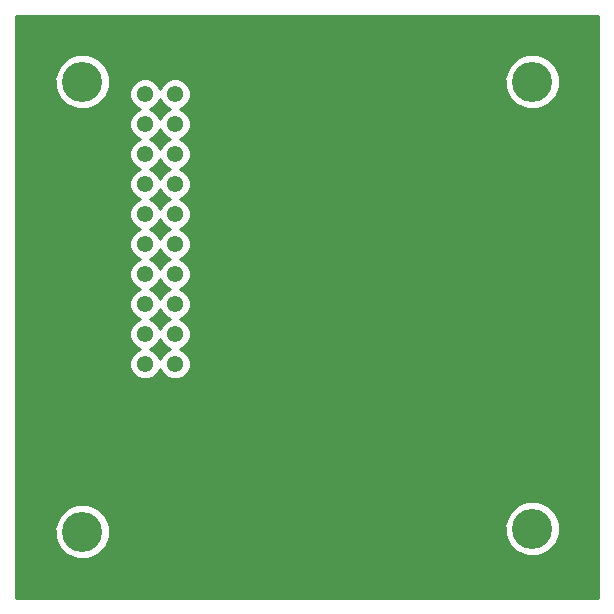
<source format=gbl>
%FSLAX34Y34*%
G04 Gerber Fmt 3.4, Leading zero omitted, Abs format*
G04 (created by PCBNEW (2013-04-01 BZR 4058)-product) date Tue 02 Sep 2014 09:50:09 AM PDT*
%MOIN*%
G01*
G70*
G90*
G04 APERTURE LIST*
%ADD10C,0.005906*%
%ADD11C,0.054370*%
%ADD12C,0.133900*%
%ADD13C,0.010000*%
G04 APERTURE END LIST*
G54D10*
G54D11*
X5600Y-11900D03*
X4600Y-11900D03*
X5600Y-10900D03*
X4600Y-10900D03*
X5600Y-9900D03*
X4600Y-9900D03*
X5600Y-8900D03*
X4600Y-8900D03*
X5600Y-7900D03*
X4600Y-7900D03*
X5600Y-6900D03*
X4600Y-6900D03*
X5600Y-5900D03*
X4600Y-5900D03*
X5600Y-4900D03*
X4600Y-4900D03*
X5600Y-3900D03*
X4600Y-3900D03*
X5600Y-2900D03*
X4600Y-2900D03*
G54D12*
X17500Y-2500D03*
X2500Y-2500D03*
X17500Y-17400D03*
X2500Y-17500D03*
G54D10*
G36*
X5443Y-3400D02*
X5304Y-3457D01*
X5157Y-3604D01*
X5099Y-3743D01*
X5042Y-3604D01*
X4895Y-3457D01*
X4756Y-3399D01*
X4895Y-3342D01*
X5042Y-3195D01*
X5100Y-3056D01*
X5157Y-3195D01*
X5304Y-3342D01*
X5443Y-3400D01*
X5443Y-3400D01*
G37*
G54D13*
X5443Y-3400D02*
X5304Y-3457D01*
X5157Y-3604D01*
X5099Y-3743D01*
X5042Y-3604D01*
X4895Y-3457D01*
X4756Y-3399D01*
X4895Y-3342D01*
X5042Y-3195D01*
X5100Y-3056D01*
X5157Y-3195D01*
X5304Y-3342D01*
X5443Y-3400D01*
G54D10*
G36*
X5443Y-4400D02*
X5304Y-4457D01*
X5157Y-4604D01*
X5099Y-4743D01*
X5042Y-4604D01*
X4895Y-4457D01*
X4756Y-4399D01*
X4895Y-4342D01*
X5042Y-4195D01*
X5100Y-4056D01*
X5157Y-4195D01*
X5304Y-4342D01*
X5443Y-4400D01*
X5443Y-4400D01*
G37*
G54D13*
X5443Y-4400D02*
X5304Y-4457D01*
X5157Y-4604D01*
X5099Y-4743D01*
X5042Y-4604D01*
X4895Y-4457D01*
X4756Y-4399D01*
X4895Y-4342D01*
X5042Y-4195D01*
X5100Y-4056D01*
X5157Y-4195D01*
X5304Y-4342D01*
X5443Y-4400D01*
G54D10*
G36*
X5443Y-5400D02*
X5304Y-5457D01*
X5157Y-5604D01*
X5099Y-5743D01*
X5042Y-5604D01*
X4895Y-5457D01*
X4756Y-5399D01*
X4895Y-5342D01*
X5042Y-5195D01*
X5100Y-5056D01*
X5157Y-5195D01*
X5304Y-5342D01*
X5443Y-5400D01*
X5443Y-5400D01*
G37*
G54D13*
X5443Y-5400D02*
X5304Y-5457D01*
X5157Y-5604D01*
X5099Y-5743D01*
X5042Y-5604D01*
X4895Y-5457D01*
X4756Y-5399D01*
X4895Y-5342D01*
X5042Y-5195D01*
X5100Y-5056D01*
X5157Y-5195D01*
X5304Y-5342D01*
X5443Y-5400D01*
G54D10*
G36*
X5443Y-6400D02*
X5304Y-6457D01*
X5157Y-6604D01*
X5099Y-6743D01*
X5042Y-6604D01*
X4895Y-6457D01*
X4756Y-6399D01*
X4895Y-6342D01*
X5042Y-6195D01*
X5100Y-6056D01*
X5157Y-6195D01*
X5304Y-6342D01*
X5443Y-6400D01*
X5443Y-6400D01*
G37*
G54D13*
X5443Y-6400D02*
X5304Y-6457D01*
X5157Y-6604D01*
X5099Y-6743D01*
X5042Y-6604D01*
X4895Y-6457D01*
X4756Y-6399D01*
X4895Y-6342D01*
X5042Y-6195D01*
X5100Y-6056D01*
X5157Y-6195D01*
X5304Y-6342D01*
X5443Y-6400D01*
G54D10*
G36*
X5443Y-7400D02*
X5304Y-7457D01*
X5157Y-7604D01*
X5099Y-7743D01*
X5042Y-7604D01*
X4895Y-7457D01*
X4756Y-7399D01*
X4895Y-7342D01*
X5042Y-7195D01*
X5100Y-7056D01*
X5157Y-7195D01*
X5304Y-7342D01*
X5443Y-7400D01*
X5443Y-7400D01*
G37*
G54D13*
X5443Y-7400D02*
X5304Y-7457D01*
X5157Y-7604D01*
X5099Y-7743D01*
X5042Y-7604D01*
X4895Y-7457D01*
X4756Y-7399D01*
X4895Y-7342D01*
X5042Y-7195D01*
X5100Y-7056D01*
X5157Y-7195D01*
X5304Y-7342D01*
X5443Y-7400D01*
G54D10*
G36*
X5443Y-8400D02*
X5304Y-8457D01*
X5157Y-8604D01*
X5099Y-8743D01*
X5042Y-8604D01*
X4895Y-8457D01*
X4756Y-8399D01*
X4895Y-8342D01*
X5042Y-8195D01*
X5100Y-8056D01*
X5157Y-8195D01*
X5304Y-8342D01*
X5443Y-8400D01*
X5443Y-8400D01*
G37*
G54D13*
X5443Y-8400D02*
X5304Y-8457D01*
X5157Y-8604D01*
X5099Y-8743D01*
X5042Y-8604D01*
X4895Y-8457D01*
X4756Y-8399D01*
X4895Y-8342D01*
X5042Y-8195D01*
X5100Y-8056D01*
X5157Y-8195D01*
X5304Y-8342D01*
X5443Y-8400D01*
G54D10*
G36*
X5443Y-9400D02*
X5304Y-9457D01*
X5157Y-9604D01*
X5099Y-9743D01*
X5042Y-9604D01*
X4895Y-9457D01*
X4756Y-9399D01*
X4895Y-9342D01*
X5042Y-9195D01*
X5100Y-9056D01*
X5157Y-9195D01*
X5304Y-9342D01*
X5443Y-9400D01*
X5443Y-9400D01*
G37*
G54D13*
X5443Y-9400D02*
X5304Y-9457D01*
X5157Y-9604D01*
X5099Y-9743D01*
X5042Y-9604D01*
X4895Y-9457D01*
X4756Y-9399D01*
X4895Y-9342D01*
X5042Y-9195D01*
X5100Y-9056D01*
X5157Y-9195D01*
X5304Y-9342D01*
X5443Y-9400D01*
G54D10*
G36*
X5443Y-10400D02*
X5304Y-10457D01*
X5157Y-10604D01*
X5099Y-10743D01*
X5042Y-10604D01*
X4895Y-10457D01*
X4756Y-10399D01*
X4895Y-10342D01*
X5042Y-10195D01*
X5100Y-10056D01*
X5157Y-10195D01*
X5304Y-10342D01*
X5443Y-10400D01*
X5443Y-10400D01*
G37*
G54D13*
X5443Y-10400D02*
X5304Y-10457D01*
X5157Y-10604D01*
X5099Y-10743D01*
X5042Y-10604D01*
X4895Y-10457D01*
X4756Y-10399D01*
X4895Y-10342D01*
X5042Y-10195D01*
X5100Y-10056D01*
X5157Y-10195D01*
X5304Y-10342D01*
X5443Y-10400D01*
G54D10*
G36*
X5443Y-11400D02*
X5304Y-11457D01*
X5157Y-11604D01*
X5099Y-11743D01*
X5042Y-11604D01*
X4895Y-11457D01*
X4756Y-11399D01*
X4895Y-11342D01*
X5042Y-11195D01*
X5100Y-11056D01*
X5157Y-11195D01*
X5304Y-11342D01*
X5443Y-11400D01*
X5443Y-11400D01*
G37*
G54D13*
X5443Y-11400D02*
X5304Y-11457D01*
X5157Y-11604D01*
X5099Y-11743D01*
X5042Y-11604D01*
X4895Y-11457D01*
X4756Y-11399D01*
X4895Y-11342D01*
X5042Y-11195D01*
X5100Y-11056D01*
X5157Y-11195D01*
X5304Y-11342D01*
X5443Y-11400D01*
G54D10*
G36*
X19700Y-19700D02*
X18421Y-19700D01*
X18421Y-17569D01*
X18421Y-2669D01*
X18419Y-2493D01*
X18419Y-2317D01*
X18416Y-2311D01*
X18416Y-2304D01*
X18286Y-1990D01*
X18283Y-1988D01*
X18279Y-1979D01*
X18021Y-1720D01*
X18011Y-1716D01*
X18009Y-1713D01*
X17846Y-1648D01*
X17683Y-1580D01*
X17676Y-1580D01*
X17669Y-1578D01*
X17493Y-1580D01*
X17317Y-1580D01*
X17311Y-1583D01*
X17304Y-1583D01*
X16990Y-1713D01*
X16988Y-1716D01*
X16979Y-1720D01*
X16720Y-1978D01*
X16716Y-1988D01*
X16713Y-1990D01*
X16648Y-2153D01*
X16580Y-2316D01*
X16580Y-2323D01*
X16578Y-2330D01*
X16580Y-2506D01*
X16580Y-2682D01*
X16583Y-2688D01*
X16583Y-2695D01*
X16713Y-3009D01*
X16716Y-3011D01*
X16720Y-3020D01*
X16978Y-3279D01*
X16988Y-3283D01*
X16990Y-3286D01*
X17153Y-3351D01*
X17316Y-3419D01*
X17323Y-3419D01*
X17330Y-3421D01*
X17506Y-3419D01*
X17682Y-3419D01*
X17688Y-3416D01*
X17695Y-3416D01*
X18009Y-3286D01*
X18011Y-3283D01*
X18020Y-3279D01*
X18279Y-3021D01*
X18283Y-3011D01*
X18286Y-3009D01*
X18351Y-2846D01*
X18419Y-2683D01*
X18419Y-2676D01*
X18421Y-2669D01*
X18421Y-17569D01*
X18419Y-17393D01*
X18419Y-17217D01*
X18416Y-17211D01*
X18416Y-17204D01*
X18286Y-16890D01*
X18283Y-16888D01*
X18279Y-16879D01*
X18021Y-16620D01*
X18011Y-16616D01*
X18009Y-16613D01*
X17846Y-16548D01*
X17683Y-16480D01*
X17676Y-16480D01*
X17669Y-16478D01*
X17493Y-16480D01*
X17317Y-16480D01*
X17311Y-16483D01*
X17304Y-16483D01*
X16990Y-16613D01*
X16988Y-16616D01*
X16979Y-16620D01*
X16720Y-16878D01*
X16716Y-16888D01*
X16713Y-16890D01*
X16648Y-17053D01*
X16580Y-17216D01*
X16580Y-17223D01*
X16578Y-17230D01*
X16580Y-17406D01*
X16580Y-17582D01*
X16583Y-17588D01*
X16583Y-17595D01*
X16713Y-17909D01*
X16716Y-17911D01*
X16720Y-17920D01*
X16978Y-18179D01*
X16988Y-18183D01*
X16990Y-18186D01*
X17153Y-18251D01*
X17316Y-18319D01*
X17323Y-18319D01*
X17330Y-18321D01*
X17506Y-18319D01*
X17682Y-18319D01*
X17688Y-18316D01*
X17695Y-18316D01*
X18009Y-18186D01*
X18011Y-18183D01*
X18020Y-18179D01*
X18279Y-17921D01*
X18283Y-17911D01*
X18286Y-17909D01*
X18351Y-17746D01*
X18419Y-17583D01*
X18419Y-17576D01*
X18421Y-17569D01*
X18421Y-19700D01*
X6121Y-19700D01*
X6121Y-11796D01*
X6042Y-11604D01*
X5895Y-11457D01*
X5756Y-11399D01*
X5895Y-11342D01*
X6042Y-11195D01*
X6121Y-11004D01*
X6121Y-10796D01*
X6042Y-10604D01*
X5895Y-10457D01*
X5756Y-10399D01*
X5895Y-10342D01*
X6042Y-10195D01*
X6121Y-10004D01*
X6121Y-9796D01*
X6042Y-9604D01*
X5895Y-9457D01*
X5756Y-9399D01*
X5895Y-9342D01*
X6042Y-9195D01*
X6121Y-9004D01*
X6121Y-8796D01*
X6042Y-8604D01*
X5895Y-8457D01*
X5756Y-8399D01*
X5895Y-8342D01*
X6042Y-8195D01*
X6121Y-8004D01*
X6121Y-7796D01*
X6042Y-7604D01*
X5895Y-7457D01*
X5756Y-7399D01*
X5895Y-7342D01*
X6042Y-7195D01*
X6121Y-7004D01*
X6121Y-6796D01*
X6042Y-6604D01*
X5895Y-6457D01*
X5756Y-6399D01*
X5895Y-6342D01*
X6042Y-6195D01*
X6121Y-6004D01*
X6121Y-5796D01*
X6042Y-5604D01*
X5895Y-5457D01*
X5756Y-5399D01*
X5895Y-5342D01*
X6042Y-5195D01*
X6121Y-5004D01*
X6121Y-4796D01*
X6042Y-4604D01*
X5895Y-4457D01*
X5756Y-4399D01*
X5895Y-4342D01*
X6042Y-4195D01*
X6121Y-4004D01*
X6121Y-3796D01*
X6042Y-3604D01*
X5895Y-3457D01*
X5756Y-3399D01*
X5895Y-3342D01*
X6042Y-3195D01*
X6121Y-3004D01*
X6121Y-2796D01*
X6042Y-2604D01*
X5895Y-2457D01*
X5704Y-2378D01*
X5496Y-2378D01*
X5304Y-2457D01*
X5157Y-2604D01*
X5099Y-2743D01*
X5042Y-2604D01*
X4895Y-2457D01*
X4704Y-2378D01*
X4496Y-2378D01*
X4304Y-2457D01*
X4157Y-2604D01*
X4078Y-2795D01*
X4078Y-3003D01*
X4157Y-3195D01*
X4304Y-3342D01*
X4443Y-3400D01*
X4304Y-3457D01*
X4157Y-3604D01*
X4078Y-3795D01*
X4078Y-4003D01*
X4157Y-4195D01*
X4304Y-4342D01*
X4443Y-4400D01*
X4304Y-4457D01*
X4157Y-4604D01*
X4078Y-4795D01*
X4078Y-5003D01*
X4157Y-5195D01*
X4304Y-5342D01*
X4443Y-5400D01*
X4304Y-5457D01*
X4157Y-5604D01*
X4078Y-5795D01*
X4078Y-6003D01*
X4157Y-6195D01*
X4304Y-6342D01*
X4443Y-6400D01*
X4304Y-6457D01*
X4157Y-6604D01*
X4078Y-6795D01*
X4078Y-7003D01*
X4157Y-7195D01*
X4304Y-7342D01*
X4443Y-7400D01*
X4304Y-7457D01*
X4157Y-7604D01*
X4078Y-7795D01*
X4078Y-8003D01*
X4157Y-8195D01*
X4304Y-8342D01*
X4443Y-8400D01*
X4304Y-8457D01*
X4157Y-8604D01*
X4078Y-8795D01*
X4078Y-9003D01*
X4157Y-9195D01*
X4304Y-9342D01*
X4443Y-9400D01*
X4304Y-9457D01*
X4157Y-9604D01*
X4078Y-9795D01*
X4078Y-10003D01*
X4157Y-10195D01*
X4304Y-10342D01*
X4443Y-10400D01*
X4304Y-10457D01*
X4157Y-10604D01*
X4078Y-10795D01*
X4078Y-11003D01*
X4157Y-11195D01*
X4304Y-11342D01*
X4443Y-11400D01*
X4304Y-11457D01*
X4157Y-11604D01*
X4078Y-11795D01*
X4078Y-12003D01*
X4157Y-12195D01*
X4304Y-12342D01*
X4495Y-12421D01*
X4703Y-12421D01*
X4895Y-12342D01*
X5042Y-12195D01*
X5100Y-12056D01*
X5157Y-12195D01*
X5304Y-12342D01*
X5495Y-12421D01*
X5703Y-12421D01*
X5895Y-12342D01*
X6042Y-12195D01*
X6121Y-12004D01*
X6121Y-11796D01*
X6121Y-19700D01*
X3421Y-19700D01*
X3421Y-17669D01*
X3421Y-2669D01*
X3419Y-2493D01*
X3419Y-2317D01*
X3416Y-2311D01*
X3416Y-2304D01*
X3286Y-1990D01*
X3283Y-1988D01*
X3279Y-1979D01*
X3021Y-1720D01*
X3011Y-1716D01*
X3009Y-1713D01*
X2846Y-1648D01*
X2683Y-1580D01*
X2676Y-1580D01*
X2669Y-1578D01*
X2493Y-1580D01*
X2317Y-1580D01*
X2311Y-1583D01*
X2304Y-1583D01*
X1990Y-1713D01*
X1988Y-1716D01*
X1979Y-1720D01*
X1720Y-1978D01*
X1716Y-1988D01*
X1713Y-1990D01*
X1648Y-2153D01*
X1580Y-2316D01*
X1580Y-2323D01*
X1578Y-2330D01*
X1580Y-2506D01*
X1580Y-2682D01*
X1583Y-2688D01*
X1583Y-2695D01*
X1713Y-3009D01*
X1716Y-3011D01*
X1720Y-3020D01*
X1978Y-3279D01*
X1988Y-3283D01*
X1990Y-3286D01*
X2153Y-3351D01*
X2316Y-3419D01*
X2323Y-3419D01*
X2330Y-3421D01*
X2506Y-3419D01*
X2682Y-3419D01*
X2688Y-3416D01*
X2695Y-3416D01*
X3009Y-3286D01*
X3011Y-3283D01*
X3020Y-3279D01*
X3279Y-3021D01*
X3283Y-3011D01*
X3286Y-3009D01*
X3351Y-2846D01*
X3419Y-2683D01*
X3419Y-2676D01*
X3421Y-2669D01*
X3421Y-17669D01*
X3419Y-17493D01*
X3419Y-17317D01*
X3416Y-17311D01*
X3416Y-17304D01*
X3286Y-16990D01*
X3283Y-16988D01*
X3279Y-16979D01*
X3021Y-16720D01*
X3011Y-16716D01*
X3009Y-16713D01*
X2846Y-16648D01*
X2683Y-16580D01*
X2676Y-16580D01*
X2669Y-16578D01*
X2493Y-16580D01*
X2317Y-16580D01*
X2311Y-16583D01*
X2304Y-16583D01*
X1990Y-16713D01*
X1988Y-16716D01*
X1979Y-16720D01*
X1720Y-16978D01*
X1716Y-16988D01*
X1713Y-16990D01*
X1648Y-17153D01*
X1580Y-17316D01*
X1580Y-17323D01*
X1578Y-17330D01*
X1580Y-17506D01*
X1580Y-17682D01*
X1583Y-17688D01*
X1583Y-17695D01*
X1713Y-18009D01*
X1716Y-18011D01*
X1720Y-18020D01*
X1978Y-18279D01*
X1988Y-18283D01*
X1990Y-18286D01*
X2153Y-18351D01*
X2316Y-18419D01*
X2323Y-18419D01*
X2330Y-18421D01*
X2506Y-18419D01*
X2682Y-18419D01*
X2688Y-18416D01*
X2695Y-18416D01*
X3009Y-18286D01*
X3011Y-18283D01*
X3020Y-18279D01*
X3279Y-18021D01*
X3283Y-18011D01*
X3286Y-18009D01*
X3351Y-17846D01*
X3419Y-17683D01*
X3419Y-17676D01*
X3421Y-17669D01*
X3421Y-19700D01*
X300Y-19700D01*
X300Y-300D01*
X19700Y-300D01*
X19700Y-19700D01*
X19700Y-19700D01*
G37*
G54D13*
X19700Y-19700D02*
X18421Y-19700D01*
X18421Y-17569D01*
X18421Y-2669D01*
X18419Y-2493D01*
X18419Y-2317D01*
X18416Y-2311D01*
X18416Y-2304D01*
X18286Y-1990D01*
X18283Y-1988D01*
X18279Y-1979D01*
X18021Y-1720D01*
X18011Y-1716D01*
X18009Y-1713D01*
X17846Y-1648D01*
X17683Y-1580D01*
X17676Y-1580D01*
X17669Y-1578D01*
X17493Y-1580D01*
X17317Y-1580D01*
X17311Y-1583D01*
X17304Y-1583D01*
X16990Y-1713D01*
X16988Y-1716D01*
X16979Y-1720D01*
X16720Y-1978D01*
X16716Y-1988D01*
X16713Y-1990D01*
X16648Y-2153D01*
X16580Y-2316D01*
X16580Y-2323D01*
X16578Y-2330D01*
X16580Y-2506D01*
X16580Y-2682D01*
X16583Y-2688D01*
X16583Y-2695D01*
X16713Y-3009D01*
X16716Y-3011D01*
X16720Y-3020D01*
X16978Y-3279D01*
X16988Y-3283D01*
X16990Y-3286D01*
X17153Y-3351D01*
X17316Y-3419D01*
X17323Y-3419D01*
X17330Y-3421D01*
X17506Y-3419D01*
X17682Y-3419D01*
X17688Y-3416D01*
X17695Y-3416D01*
X18009Y-3286D01*
X18011Y-3283D01*
X18020Y-3279D01*
X18279Y-3021D01*
X18283Y-3011D01*
X18286Y-3009D01*
X18351Y-2846D01*
X18419Y-2683D01*
X18419Y-2676D01*
X18421Y-2669D01*
X18421Y-17569D01*
X18419Y-17393D01*
X18419Y-17217D01*
X18416Y-17211D01*
X18416Y-17204D01*
X18286Y-16890D01*
X18283Y-16888D01*
X18279Y-16879D01*
X18021Y-16620D01*
X18011Y-16616D01*
X18009Y-16613D01*
X17846Y-16548D01*
X17683Y-16480D01*
X17676Y-16480D01*
X17669Y-16478D01*
X17493Y-16480D01*
X17317Y-16480D01*
X17311Y-16483D01*
X17304Y-16483D01*
X16990Y-16613D01*
X16988Y-16616D01*
X16979Y-16620D01*
X16720Y-16878D01*
X16716Y-16888D01*
X16713Y-16890D01*
X16648Y-17053D01*
X16580Y-17216D01*
X16580Y-17223D01*
X16578Y-17230D01*
X16580Y-17406D01*
X16580Y-17582D01*
X16583Y-17588D01*
X16583Y-17595D01*
X16713Y-17909D01*
X16716Y-17911D01*
X16720Y-17920D01*
X16978Y-18179D01*
X16988Y-18183D01*
X16990Y-18186D01*
X17153Y-18251D01*
X17316Y-18319D01*
X17323Y-18319D01*
X17330Y-18321D01*
X17506Y-18319D01*
X17682Y-18319D01*
X17688Y-18316D01*
X17695Y-18316D01*
X18009Y-18186D01*
X18011Y-18183D01*
X18020Y-18179D01*
X18279Y-17921D01*
X18283Y-17911D01*
X18286Y-17909D01*
X18351Y-17746D01*
X18419Y-17583D01*
X18419Y-17576D01*
X18421Y-17569D01*
X18421Y-19700D01*
X6121Y-19700D01*
X6121Y-11796D01*
X6042Y-11604D01*
X5895Y-11457D01*
X5756Y-11399D01*
X5895Y-11342D01*
X6042Y-11195D01*
X6121Y-11004D01*
X6121Y-10796D01*
X6042Y-10604D01*
X5895Y-10457D01*
X5756Y-10399D01*
X5895Y-10342D01*
X6042Y-10195D01*
X6121Y-10004D01*
X6121Y-9796D01*
X6042Y-9604D01*
X5895Y-9457D01*
X5756Y-9399D01*
X5895Y-9342D01*
X6042Y-9195D01*
X6121Y-9004D01*
X6121Y-8796D01*
X6042Y-8604D01*
X5895Y-8457D01*
X5756Y-8399D01*
X5895Y-8342D01*
X6042Y-8195D01*
X6121Y-8004D01*
X6121Y-7796D01*
X6042Y-7604D01*
X5895Y-7457D01*
X5756Y-7399D01*
X5895Y-7342D01*
X6042Y-7195D01*
X6121Y-7004D01*
X6121Y-6796D01*
X6042Y-6604D01*
X5895Y-6457D01*
X5756Y-6399D01*
X5895Y-6342D01*
X6042Y-6195D01*
X6121Y-6004D01*
X6121Y-5796D01*
X6042Y-5604D01*
X5895Y-5457D01*
X5756Y-5399D01*
X5895Y-5342D01*
X6042Y-5195D01*
X6121Y-5004D01*
X6121Y-4796D01*
X6042Y-4604D01*
X5895Y-4457D01*
X5756Y-4399D01*
X5895Y-4342D01*
X6042Y-4195D01*
X6121Y-4004D01*
X6121Y-3796D01*
X6042Y-3604D01*
X5895Y-3457D01*
X5756Y-3399D01*
X5895Y-3342D01*
X6042Y-3195D01*
X6121Y-3004D01*
X6121Y-2796D01*
X6042Y-2604D01*
X5895Y-2457D01*
X5704Y-2378D01*
X5496Y-2378D01*
X5304Y-2457D01*
X5157Y-2604D01*
X5099Y-2743D01*
X5042Y-2604D01*
X4895Y-2457D01*
X4704Y-2378D01*
X4496Y-2378D01*
X4304Y-2457D01*
X4157Y-2604D01*
X4078Y-2795D01*
X4078Y-3003D01*
X4157Y-3195D01*
X4304Y-3342D01*
X4443Y-3400D01*
X4304Y-3457D01*
X4157Y-3604D01*
X4078Y-3795D01*
X4078Y-4003D01*
X4157Y-4195D01*
X4304Y-4342D01*
X4443Y-4400D01*
X4304Y-4457D01*
X4157Y-4604D01*
X4078Y-4795D01*
X4078Y-5003D01*
X4157Y-5195D01*
X4304Y-5342D01*
X4443Y-5400D01*
X4304Y-5457D01*
X4157Y-5604D01*
X4078Y-5795D01*
X4078Y-6003D01*
X4157Y-6195D01*
X4304Y-6342D01*
X4443Y-6400D01*
X4304Y-6457D01*
X4157Y-6604D01*
X4078Y-6795D01*
X4078Y-7003D01*
X4157Y-7195D01*
X4304Y-7342D01*
X4443Y-7400D01*
X4304Y-7457D01*
X4157Y-7604D01*
X4078Y-7795D01*
X4078Y-8003D01*
X4157Y-8195D01*
X4304Y-8342D01*
X4443Y-8400D01*
X4304Y-8457D01*
X4157Y-8604D01*
X4078Y-8795D01*
X4078Y-9003D01*
X4157Y-9195D01*
X4304Y-9342D01*
X4443Y-9400D01*
X4304Y-9457D01*
X4157Y-9604D01*
X4078Y-9795D01*
X4078Y-10003D01*
X4157Y-10195D01*
X4304Y-10342D01*
X4443Y-10400D01*
X4304Y-10457D01*
X4157Y-10604D01*
X4078Y-10795D01*
X4078Y-11003D01*
X4157Y-11195D01*
X4304Y-11342D01*
X4443Y-11400D01*
X4304Y-11457D01*
X4157Y-11604D01*
X4078Y-11795D01*
X4078Y-12003D01*
X4157Y-12195D01*
X4304Y-12342D01*
X4495Y-12421D01*
X4703Y-12421D01*
X4895Y-12342D01*
X5042Y-12195D01*
X5100Y-12056D01*
X5157Y-12195D01*
X5304Y-12342D01*
X5495Y-12421D01*
X5703Y-12421D01*
X5895Y-12342D01*
X6042Y-12195D01*
X6121Y-12004D01*
X6121Y-11796D01*
X6121Y-19700D01*
X3421Y-19700D01*
X3421Y-17669D01*
X3421Y-2669D01*
X3419Y-2493D01*
X3419Y-2317D01*
X3416Y-2311D01*
X3416Y-2304D01*
X3286Y-1990D01*
X3283Y-1988D01*
X3279Y-1979D01*
X3021Y-1720D01*
X3011Y-1716D01*
X3009Y-1713D01*
X2846Y-1648D01*
X2683Y-1580D01*
X2676Y-1580D01*
X2669Y-1578D01*
X2493Y-1580D01*
X2317Y-1580D01*
X2311Y-1583D01*
X2304Y-1583D01*
X1990Y-1713D01*
X1988Y-1716D01*
X1979Y-1720D01*
X1720Y-1978D01*
X1716Y-1988D01*
X1713Y-1990D01*
X1648Y-2153D01*
X1580Y-2316D01*
X1580Y-2323D01*
X1578Y-2330D01*
X1580Y-2506D01*
X1580Y-2682D01*
X1583Y-2688D01*
X1583Y-2695D01*
X1713Y-3009D01*
X1716Y-3011D01*
X1720Y-3020D01*
X1978Y-3279D01*
X1988Y-3283D01*
X1990Y-3286D01*
X2153Y-3351D01*
X2316Y-3419D01*
X2323Y-3419D01*
X2330Y-3421D01*
X2506Y-3419D01*
X2682Y-3419D01*
X2688Y-3416D01*
X2695Y-3416D01*
X3009Y-3286D01*
X3011Y-3283D01*
X3020Y-3279D01*
X3279Y-3021D01*
X3283Y-3011D01*
X3286Y-3009D01*
X3351Y-2846D01*
X3419Y-2683D01*
X3419Y-2676D01*
X3421Y-2669D01*
X3421Y-17669D01*
X3419Y-17493D01*
X3419Y-17317D01*
X3416Y-17311D01*
X3416Y-17304D01*
X3286Y-16990D01*
X3283Y-16988D01*
X3279Y-16979D01*
X3021Y-16720D01*
X3011Y-16716D01*
X3009Y-16713D01*
X2846Y-16648D01*
X2683Y-16580D01*
X2676Y-16580D01*
X2669Y-16578D01*
X2493Y-16580D01*
X2317Y-16580D01*
X2311Y-16583D01*
X2304Y-16583D01*
X1990Y-16713D01*
X1988Y-16716D01*
X1979Y-16720D01*
X1720Y-16978D01*
X1716Y-16988D01*
X1713Y-16990D01*
X1648Y-17153D01*
X1580Y-17316D01*
X1580Y-17323D01*
X1578Y-17330D01*
X1580Y-17506D01*
X1580Y-17682D01*
X1583Y-17688D01*
X1583Y-17695D01*
X1713Y-18009D01*
X1716Y-18011D01*
X1720Y-18020D01*
X1978Y-18279D01*
X1988Y-18283D01*
X1990Y-18286D01*
X2153Y-18351D01*
X2316Y-18419D01*
X2323Y-18419D01*
X2330Y-18421D01*
X2506Y-18419D01*
X2682Y-18419D01*
X2688Y-18416D01*
X2695Y-18416D01*
X3009Y-18286D01*
X3011Y-18283D01*
X3020Y-18279D01*
X3279Y-18021D01*
X3283Y-18011D01*
X3286Y-18009D01*
X3351Y-17846D01*
X3419Y-17683D01*
X3419Y-17676D01*
X3421Y-17669D01*
X3421Y-19700D01*
X300Y-19700D01*
X300Y-300D01*
X19700Y-300D01*
X19700Y-19700D01*
M02*

</source>
